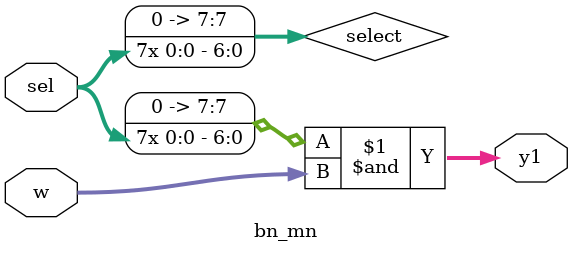
<source format=v>
module bn_select_8_1_comb
#(parameter DATA_WIDTH=8)
(
    input       [DATA_WIDTH-1:0] d0, 
    input       [DATA_WIDTH-1:0] d1,
    input       [DATA_WIDTH-1:0] d2,
    input       [DATA_WIDTH-1:0] d3,
    input       [DATA_WIDTH-1:0] d4, 
    input       [DATA_WIDTH-1:0] d5,
    input       [DATA_WIDTH-1:0] d6,
    input       [DATA_WIDTH-1:0] d7,
    input       [7:0] sel,
    output   [DATA_WIDTH-1:0] y
);
    
	 reg [DATA_WIDTH-1:0] w0;
	 reg [DATA_WIDTH-1:0] w1;
	 reg [DATA_WIDTH-1:0] w2;
	 reg [DATA_WIDTH-1:0] w3;
	 reg [DATA_WIDTH-1:0] w4;
	 reg [DATA_WIDTH-1:0] w5;
	 reg [DATA_WIDTH-1:0] w6;
	 reg [DATA_WIDTH-1:0] w7;
	 
	 bn_mn #(DATA_WIDTH) bn_mn0(.w(d0), .sel(sel[0]), .y1(w0));
	 bn_mn #(DATA_WIDTH) bn_mn1(.w(d1), .sel(sel[1]), .y1(w1));
	 bn_mn #(DATA_WIDTH) bn_mn2(.w(d2), .sel(sel[2]), .y1(w2));
	 bn_mn #(DATA_WIDTH) bn_mn3(.w(d3), .sel(sel[3]), .y1(w3));
	 bn_mn #(DATA_WIDTH) bn_mn4(.w(d4), .sel(sel[4]), .y1(w4));
	 bn_mn #(DATA_WIDTH) bn_mn5(.w(d5), .sel(sel[5]), .y1(w5));
	 bn_mn #(DATA_WIDTH) bn_mn6(.w(d6), .sel(sel[6]), .y1(w6));
	 bn_mn #(DATA_WIDTH) bn_mn7(.w(d7), .sel(sel[7]), .y1(w7));
	 assign y = w0 | w1 | w2| w3 | w4 | w5 | w6 | w7;
endmodule


module bn_mn
#(parameter DATA_WIDTH=8)
(
    input        [DATA_WIDTH-1:0] w, 
    input        sel,
    output   [DATA_WIDTH-1:0] y1
);
    wire [DATA_WIDTH - 1:0] select;
    assign select = {DATA_WIDTH - 1{sel}};
    assign y1 = (select & w);
endmodule
</source>
